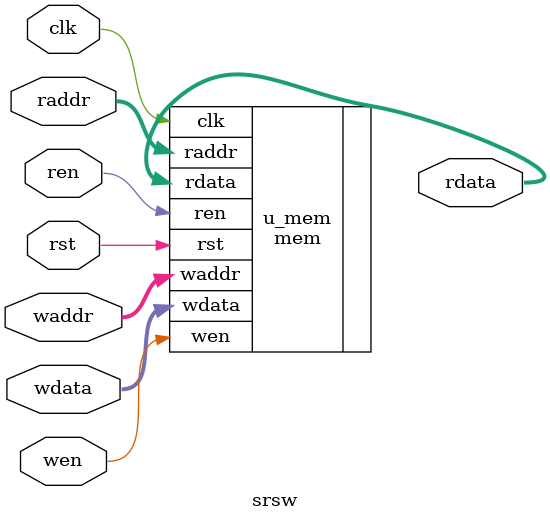
<source format=v>
module srsw(
    input                   clk,
    input                   rst,
    input                   ren,
    input   [2:0]           raddr,
    output  [79:0]          rdata,
    input                   wen,
    input   [2:0]           waddr,
    input   [79:0]          wdata
);

    mem #(
        .WIDTH(80),
        .DEPTH(8),
        .OFFSET(0),
        .SYNCREAD(1)
    )
    u_mem (
        .clk(clk),
        .rst(rst),
        .ren(ren),
        .raddr(raddr),
        .rdata(rdata),
        .wen(wen),
        .waddr(waddr),
        .wdata(wdata)
    );

endmodule

</source>
